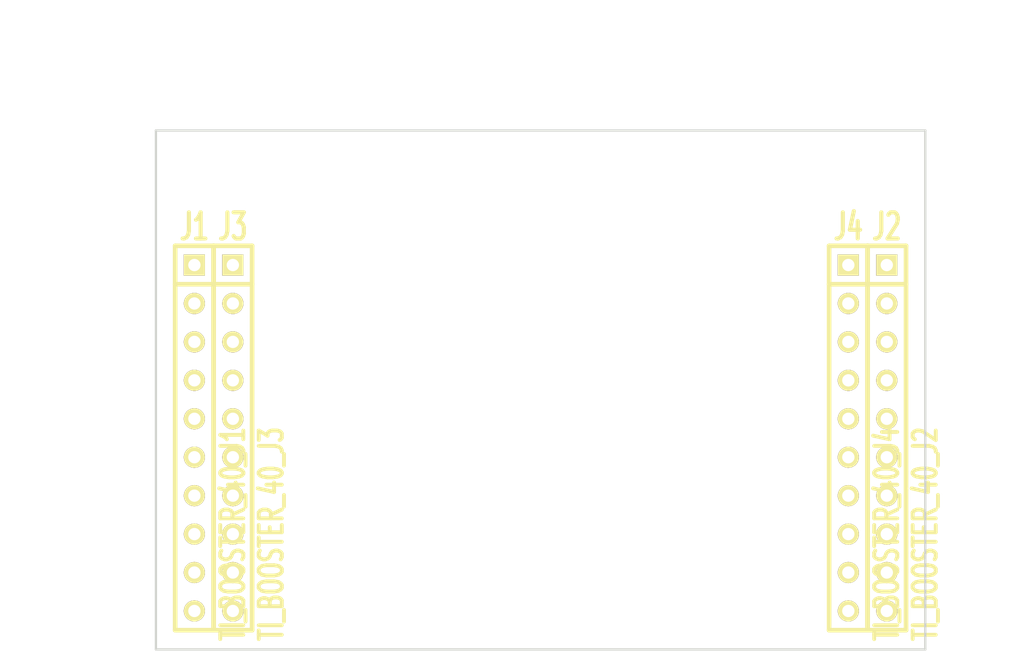
<source format=kicad_pcb>
(kicad_pcb (version 20221018) (generator pcbnew)
  (layers (0 "F.Cu" signal) (31 "B.Cu" signal) (34 "B.Paste" user) (35 "F.Paste" user) (36 "B.SilkS" user) (37 "F.SilkS" user) (38 "B.Mask" user) (39 "F.Mask" user) (44 "Edge.Cuts" user))
  (net 0 "")
  (net 1 "+5V")
  (net 2 "GND")
  (net 3 "VCC")
  (footprint "SIL-10" (layer "F.Cu") (at 187.96 133.35 -90)
    (fp_text reference "J3" (at -13.97 0) (layer "F.SilkS") (effects (font (size 1.72974 1.08712) (thickness 0.3048))))
    (fp_text value "TI_BOOSTER_40_J3" (at 6.35 -2.54 270) (layer "F.SilkS") (effects (font (size 1.524 1.016) (thickness 0.3048))))
    (fp_line (start -12.7 -1.27) (end 12.7 -1.27) (stroke (width 0.3048)) (layer "F.SilkS"))
    (fp_line (start -12.7 1.27) (end -12.7 -1.27) (stroke (width 0.3048)) (layer "F.SilkS"))
    (fp_line (start -10.16 1.27) (end -10.16 -1.27) (stroke (width 0.3048)) (layer "F.SilkS"))
    (fp_line (start 12.7 -1.27) (end 12.7 1.27) (stroke (width 0.3048)) (layer "F.SilkS"))
    (fp_line (start 12.7 1.27) (end -12.7 1.27) (stroke (width 0.3048)) (layer "F.SilkS"))
    (pad "1" thru_hole rect (at -11.43 0 270) (size 1.397 1.397) (drill 0.8128) (layers "*.Cu" "*.Mask" "F.SilkS") (net 1 "+5V"))
    (pad "2" thru_hole circle (at -8.89 0 270) (size 1.397 1.397) (drill 0.8128) (layers "*.Cu" "*.Mask" "F.SilkS") (net 2 "GND"))
    (pad "3" thru_hole circle (at -6.35 0 270) (size 1.397 1.397) (drill 0.8128) (layers "*.Cu" "*.Mask" "F.SilkS"))
    (pad "4" thru_hole circle (at -3.81 0 270) (size 1.397 1.397) (drill 0.8128) (layers "*.Cu" "*.Mask" "F.SilkS"))
    (pad "5" thru_hole circle (at -1.27 0 270) (size 1.397 1.397) (drill 0.8128) (layers "*.Cu" "*.Mask" "F.SilkS"))
    (pad "6" thru_hole circle (at 1.27 0 270) (size 1.397 1.397) (drill 0.8128) (layers "*.Cu" "*.Mask" "F.SilkS"))
    (pad "7" thru_hole circle (at 3.81 0 270) (size 1.397 1.397) (drill 0.8128) (layers "*.Cu" "*.Mask" "F.SilkS"))
    (pad "8" thru_hole circle (at 6.35 0 270) (size 1.397 1.397) (drill 0.8128) (layers "*.Cu" "*.Mask" "F.SilkS"))
    (pad "9" thru_hole circle (at 8.89 0 270) (size 1.397 1.397) (drill 0.8128) (layers "*.Cu" "*.Mask" "F.SilkS"))
    (pad "10" thru_hole circle (at 11.43 0 270) (size 1.397 1.397) (drill 0.8128) (layers "*.Cu" "*.Mask" "F.SilkS"))
  )
  (footprint "SIL-10" (layer "F.Cu") (at 185.42 133.35 -90)
    (fp_text reference "J1" (at -13.97 0) (layer "F.SilkS") (effects (font (size 1.72974 1.08712) (thickness 0.3048))))
    (fp_text value "TI_BOOSTER_40_J1" (at 6.35 -2.54 270) (layer "F.SilkS") (effects (font (size 1.524 1.016) (thickness 0.3048))))
    (fp_line (start -12.7 -1.27) (end 12.7 -1.27) (stroke (width 0.3048)) (layer "F.SilkS"))
    (fp_line (start -12.7 1.27) (end -12.7 -1.27) (stroke (width 0.3048)) (layer "F.SilkS"))
    (fp_line (start -10.16 1.27) (end -10.16 -1.27) (stroke (width 0.3048)) (layer "F.SilkS"))
    (fp_line (start 12.7 -1.27) (end 12.7 1.27) (stroke (width 0.3048)) (layer "F.SilkS"))
    (fp_line (start 12.7 1.27) (end -12.7 1.27) (stroke (width 0.3048)) (layer "F.SilkS"))
    (pad "1" thru_hole rect (at -11.43 0 270) (size 1.397 1.397) (drill 0.8128) (layers "*.Cu" "*.Mask" "F.SilkS") (net 3 "VCC"))
    (pad "2" thru_hole circle (at -8.89 0 270) (size 1.397 1.397) (drill 0.8128) (layers "*.Cu" "*.Mask" "F.SilkS"))
    (pad "3" thru_hole circle (at -6.35 0 270) (size 1.397 1.397) (drill 0.8128) (layers "*.Cu" "*.Mask" "F.SilkS"))
    (pad "4" thru_hole circle (at -3.81 0 270) (size 1.397 1.397) (drill 0.8128) (layers "*.Cu" "*.Mask" "F.SilkS"))
    (pad "5" thru_hole circle (at -1.27 0 270) (size 1.397 1.397) (drill 0.8128) (layers "*.Cu" "*.Mask" "F.SilkS"))
    (pad "6" thru_hole circle (at 1.27 0 270) (size 1.397 1.397) (drill 0.8128) (layers "*.Cu" "*.Mask" "F.SilkS"))
    (pad "7" thru_hole circle (at 3.81 0 270) (size 1.397 1.397) (drill 0.8128) (layers "*.Cu" "*.Mask" "F.SilkS"))
    (pad "8" thru_hole circle (at 6.35 0 270) (size 1.397 1.397) (drill 0.8128) (layers "*.Cu" "*.Mask" "F.SilkS"))
    (pad "9" thru_hole circle (at 8.89 0 270) (size 1.397 1.397) (drill 0.8128) (layers "*.Cu" "*.Mask" "F.SilkS"))
    (pad "10" thru_hole circle (at 11.43 0 270) (size 1.397 1.397) (drill 0.8128) (layers "*.Cu" "*.Mask" "F.SilkS"))
  )
  (footprint "SIL-10" (layer "F.Cu") (at 231.14 133.35 -90)
    (fp_text reference "J2" (at -13.97 0) (layer "F.SilkS") (effects (font (size 1.72974 1.08712) (thickness 0.3048))))
    (fp_text value "TI_BOOSTER_40_J2" (at 6.35 -2.54 270) (layer "F.SilkS") (effects (font (size 1.524 1.016) (thickness 0.3048))))
    (fp_line (start -12.7 -1.27) (end 12.7 -1.27) (stroke (width 0.3048)) (layer "F.SilkS"))
    (fp_line (start -12.7 1.27) (end -12.7 -1.27) (stroke (width 0.3048)) (layer "F.SilkS"))
    (fp_line (start -10.16 1.27) (end -10.16 -1.27) (stroke (width 0.3048)) (layer "F.SilkS"))
    (fp_line (start 12.7 -1.27) (end 12.7 1.27) (stroke (width 0.3048)) (layer "F.SilkS"))
    (fp_line (start 12.7 1.27) (end -12.7 1.27) (stroke (width 0.3048)) (layer "F.SilkS"))
    (pad "1" thru_hole rect (at -11.43 0 270) (size 1.397 1.397) (drill 0.8128) (layers "*.Cu" "*.Mask" "F.SilkS") (net 2 "GND"))
    (pad "2" thru_hole circle (at -8.89 0 270) (size 1.397 1.397) (drill 0.8128) (layers "*.Cu" "*.Mask" "F.SilkS"))
    (pad "3" thru_hole circle (at -6.35 0 270) (size 1.397 1.397) (drill 0.8128) (layers "*.Cu" "*.Mask" "F.SilkS"))
    (pad "4" thru_hole circle (at -3.81 0 270) (size 1.397 1.397) (drill 0.8128) (layers "*.Cu" "*.Mask" "F.SilkS"))
    (pad "5" thru_hole circle (at -1.27 0 270) (size 1.397 1.397) (drill 0.8128) (layers "*.Cu" "*.Mask" "F.SilkS"))
    (pad "6" thru_hole circle (at 1.27 0 270) (size 1.397 1.397) (drill 0.8128) (layers "*.Cu" "*.Mask" "F.SilkS"))
    (pad "7" thru_hole circle (at 3.81 0 270) (size 1.397 1.397) (drill 0.8128) (layers "*.Cu" "*.Mask" "F.SilkS"))
    (pad "8" thru_hole circle (at 6.35 0 270) (size 1.397 1.397) (drill 0.8128) (layers "*.Cu" "*.Mask" "F.SilkS"))
    (pad "9" thru_hole circle (at 8.89 0 270) (size 1.397 1.397) (drill 0.8128) (layers "*.Cu" "*.Mask" "F.SilkS"))
    (pad "10" thru_hole circle (at 11.43 0 270) (size 1.397 1.397) (drill 0.8128) (layers "*.Cu" "*.Mask" "F.SilkS"))
  )
  (footprint "SIL-10" (layer "F.Cu") (at 228.6 133.35 -90)
    (fp_text reference "J4" (at -13.97 0) (layer "F.SilkS") (effects (font (size 1.72974 1.08712) (thickness 0.3048))))
    (fp_text value "TI_BOOSTER_40_J4" (at 6.35 -2.54 270) (layer "F.SilkS") (effects (font (size 1.524 1.016) (thickness 0.3048))))
    (fp_line (start -12.7 -1.27) (end 12.7 -1.27) (stroke (width 0.3048)) (layer "F.SilkS"))
    (fp_line (start -12.7 1.27) (end -12.7 -1.27) (stroke (width 0.3048)) (layer "F.SilkS"))
    (fp_line (start -10.16 1.27) (end -10.16 -1.27) (stroke (width 0.3048)) (layer "F.SilkS"))
    (fp_line (start 12.7 -1.27) (end 12.7 1.27) (stroke (width 0.3048)) (layer "F.SilkS"))
    (fp_line (start 12.7 1.27) (end -12.7 1.27) (stroke (width 0.3048)) (layer "F.SilkS"))
    (pad "1" thru_hole rect (at -11.43 0 270) (size 1.397 1.397) (drill 0.8128) (layers "*.Cu" "*.Mask" "F.SilkS"))
    (pad "2" thru_hole circle (at -8.89 0 270) (size 1.397 1.397) (drill 0.8128) (layers "*.Cu" "*.Mask" "F.SilkS"))
    (pad "3" thru_hole circle (at -6.35 0 270) (size 1.397 1.397) (drill 0.8128) (layers "*.Cu" "*.Mask" "F.SilkS"))
    (pad "4" thru_hole circle (at -3.81 0 270) (size 1.397 1.397) (drill 0.8128) (layers "*.Cu" "*.Mask" "F.SilkS"))
    (pad "5" thru_hole circle (at -1.27 0 270) (size 1.397 1.397) (drill 0.8128) (layers "*.Cu" "*.Mask" "F.SilkS"))
    (pad "6" thru_hole circle (at 1.27 0 270) (size 1.397 1.397) (drill 0.8128) (layers "*.Cu" "*.Mask" "F.SilkS"))
    (pad "7" thru_hole circle (at 3.81 0 270) (size 1.397 1.397) (drill 0.8128) (layers "*.Cu" "*.Mask" "F.SilkS"))
    (pad "8" thru_hole circle (at 6.35 0 270) (size 1.397 1.397) (drill 0.8128) (layers "*.Cu" "*.Mask" "F.SilkS"))
    (pad "9" thru_hole circle (at 8.89 0 270) (size 1.397 1.397) (drill 0.8128) (layers "*.Cu" "*.Mask" "F.SilkS"))
    (pad "10" thru_hole circle (at 11.43 0 270) (size 1.397 1.397) (drill 0.8128) (layers "*.Cu" "*.Mask" "F.SilkS"))
  )
  (gr_line (start 182.88 113.03) (end 233.68 113.03) (stroke (width 0.15)) (layer "Edge.Cuts"))
  (gr_line (start 182.88 147.32) (end 182.88 113.03) (stroke (width 0.14986)) (layer "Edge.Cuts"))
  (gr_line (start 233.68 147.32) (end 182.88 147.32) (stroke (width 0.15)) (layer "Edge.Cuts"))
  (gr_line (start 233.68 113.03) (end 233.68 147.32) (stroke (width 0.14986)) (layer "Edge.Cuts"))
)
</source>
